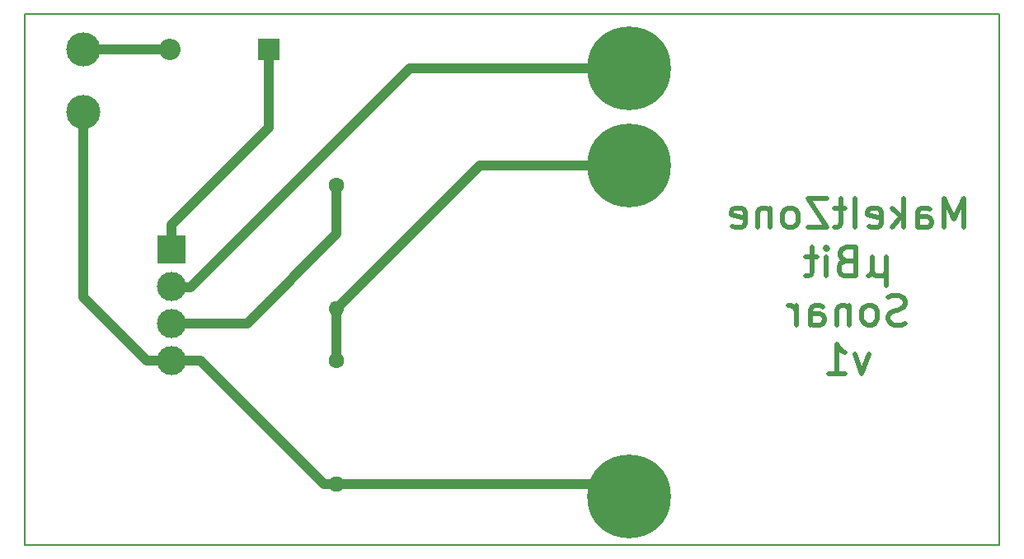
<source format=gbr>
G04 #@! TF.GenerationSoftware,KiCad,Pcbnew,(5.0.1-3-g963ef8bb5)*
G04 #@! TF.CreationDate,2018-11-12T20:00:03-08:00*
G04 #@! TF.ProjectId,SonarCreature,536F6E617243726561747572652E6B69,rev?*
G04 #@! TF.SameCoordinates,Original*
G04 #@! TF.FileFunction,Copper,L2,Bot,Signal*
G04 #@! TF.FilePolarity,Positive*
%FSLAX46Y46*%
G04 Gerber Fmt 4.6, Leading zero omitted, Abs format (unit mm)*
G04 Created by KiCad (PCBNEW (5.0.1-3-g963ef8bb5)) date Monday, November 12, 2018 at 08:00:03 pm*
%MOMM*%
%LPD*%
G01*
G04 APERTURE LIST*
G04 #@! TA.AperFunction,NonConductor*
%ADD10C,0.150000*%
G04 #@! TD*
G04 #@! TA.AperFunction,NonConductor*
%ADD11C,0.500000*%
G04 #@! TD*
G04 #@! TA.AperFunction,ComponentPad*
%ADD12R,2.200000X2.200000*%
G04 #@! TD*
G04 #@! TA.AperFunction,ComponentPad*
%ADD13O,2.200000X2.200000*%
G04 #@! TD*
G04 #@! TA.AperFunction,ComponentPad*
%ADD14C,8.600000*%
G04 #@! TD*
G04 #@! TA.AperFunction,ComponentPad*
%ADD15C,3.500120*%
G04 #@! TD*
G04 #@! TA.AperFunction,ComponentPad*
%ADD16C,1.600000*%
G04 #@! TD*
G04 #@! TA.AperFunction,ComponentPad*
%ADD17O,1.600000X1.600000*%
G04 #@! TD*
G04 #@! TA.AperFunction,ComponentPad*
%ADD18R,2.999740X2.999740*%
G04 #@! TD*
G04 #@! TA.AperFunction,ComponentPad*
%ADD19C,2.999740*%
G04 #@! TD*
G04 #@! TA.AperFunction,Conductor*
%ADD20C,1.000000*%
G04 #@! TD*
G04 APERTURE END LIST*
D10*
X120000000Y-20390000D02*
X120000000Y-75000000D01*
X20000000Y-20390000D02*
X120000000Y-20390000D01*
X20000000Y-20390000D02*
X20000000Y-75000000D01*
X20000000Y-75000000D02*
X120000000Y-75000000D01*
D11*
X116357142Y-42357142D02*
X116357142Y-39357142D01*
X115357142Y-41500000D01*
X114357142Y-39357142D01*
X114357142Y-42357142D01*
X111642857Y-42357142D02*
X111642857Y-40785714D01*
X111785714Y-40500000D01*
X112071428Y-40357142D01*
X112642857Y-40357142D01*
X112928571Y-40500000D01*
X111642857Y-42214285D02*
X111928571Y-42357142D01*
X112642857Y-42357142D01*
X112928571Y-42214285D01*
X113071428Y-41928571D01*
X113071428Y-41642857D01*
X112928571Y-41357142D01*
X112642857Y-41214285D01*
X111928571Y-41214285D01*
X111642857Y-41071428D01*
X110214285Y-42357142D02*
X110214285Y-39357142D01*
X109928571Y-41214285D02*
X109071428Y-42357142D01*
X109071428Y-40357142D02*
X110214285Y-41500000D01*
X106642857Y-42214285D02*
X106928571Y-42357142D01*
X107500000Y-42357142D01*
X107785714Y-42214285D01*
X107928571Y-41928571D01*
X107928571Y-40785714D01*
X107785714Y-40500000D01*
X107500000Y-40357142D01*
X106928571Y-40357142D01*
X106642857Y-40500000D01*
X106500000Y-40785714D01*
X106500000Y-41071428D01*
X107928571Y-41357142D01*
X105214285Y-42357142D02*
X105214285Y-39357142D01*
X104214285Y-40357142D02*
X103071428Y-40357142D01*
X103785714Y-39357142D02*
X103785714Y-41928571D01*
X103642857Y-42214285D01*
X103357142Y-42357142D01*
X103071428Y-42357142D01*
X102357142Y-39357142D02*
X100357142Y-39357142D01*
X102357142Y-42357142D01*
X100357142Y-42357142D01*
X98785714Y-42357142D02*
X99071428Y-42214285D01*
X99214285Y-42071428D01*
X99357142Y-41785714D01*
X99357142Y-40928571D01*
X99214285Y-40642857D01*
X99071428Y-40500000D01*
X98785714Y-40357142D01*
X98357142Y-40357142D01*
X98071428Y-40500000D01*
X97928571Y-40642857D01*
X97785714Y-40928571D01*
X97785714Y-41785714D01*
X97928571Y-42071428D01*
X98071428Y-42214285D01*
X98357142Y-42357142D01*
X98785714Y-42357142D01*
X96500000Y-40357142D02*
X96500000Y-42357142D01*
X96500000Y-40642857D02*
X96357142Y-40500000D01*
X96071428Y-40357142D01*
X95642857Y-40357142D01*
X95357142Y-40500000D01*
X95214285Y-40785714D01*
X95214285Y-42357142D01*
X92642857Y-42214285D02*
X92928571Y-42357142D01*
X93500000Y-42357142D01*
X93785714Y-42214285D01*
X93928571Y-41928571D01*
X93928571Y-40785714D01*
X93785714Y-40500000D01*
X93500000Y-40357142D01*
X92928571Y-40357142D01*
X92642857Y-40500000D01*
X92500000Y-40785714D01*
X92500000Y-41071428D01*
X93928571Y-41357142D01*
X108428571Y-45357142D02*
X108428571Y-48357142D01*
X107000000Y-46928571D02*
X106857142Y-47214285D01*
X106571428Y-47357142D01*
X108428571Y-46928571D02*
X108285714Y-47214285D01*
X108000000Y-47357142D01*
X107428571Y-47357142D01*
X107142857Y-47214285D01*
X107000000Y-46928571D01*
X107000000Y-45357142D01*
X104285714Y-45785714D02*
X103857142Y-45928571D01*
X103714285Y-46071428D01*
X103571428Y-46357142D01*
X103571428Y-46785714D01*
X103714285Y-47071428D01*
X103857142Y-47214285D01*
X104142857Y-47357142D01*
X105285714Y-47357142D01*
X105285714Y-44357142D01*
X104285714Y-44357142D01*
X104000000Y-44500000D01*
X103857142Y-44642857D01*
X103714285Y-44928571D01*
X103714285Y-45214285D01*
X103857142Y-45500000D01*
X104000000Y-45642857D01*
X104285714Y-45785714D01*
X105285714Y-45785714D01*
X102285714Y-47357142D02*
X102285714Y-45357142D01*
X102285714Y-44357142D02*
X102428571Y-44500000D01*
X102285714Y-44642857D01*
X102142857Y-44500000D01*
X102285714Y-44357142D01*
X102285714Y-44642857D01*
X101285714Y-45357142D02*
X100142857Y-45357142D01*
X100857142Y-44357142D02*
X100857142Y-46928571D01*
X100714285Y-47214285D01*
X100428571Y-47357142D01*
X100142857Y-47357142D01*
X110357142Y-52214285D02*
X109928571Y-52357142D01*
X109214285Y-52357142D01*
X108928571Y-52214285D01*
X108785714Y-52071428D01*
X108642857Y-51785714D01*
X108642857Y-51500000D01*
X108785714Y-51214285D01*
X108928571Y-51071428D01*
X109214285Y-50928571D01*
X109785714Y-50785714D01*
X110071428Y-50642857D01*
X110214285Y-50500000D01*
X110357142Y-50214285D01*
X110357142Y-49928571D01*
X110214285Y-49642857D01*
X110071428Y-49500000D01*
X109785714Y-49357142D01*
X109071428Y-49357142D01*
X108642857Y-49500000D01*
X106928571Y-52357142D02*
X107214285Y-52214285D01*
X107357142Y-52071428D01*
X107500000Y-51785714D01*
X107500000Y-50928571D01*
X107357142Y-50642857D01*
X107214285Y-50500000D01*
X106928571Y-50357142D01*
X106500000Y-50357142D01*
X106214285Y-50500000D01*
X106071428Y-50642857D01*
X105928571Y-50928571D01*
X105928571Y-51785714D01*
X106071428Y-52071428D01*
X106214285Y-52214285D01*
X106500000Y-52357142D01*
X106928571Y-52357142D01*
X104642857Y-50357142D02*
X104642857Y-52357142D01*
X104642857Y-50642857D02*
X104500000Y-50500000D01*
X104214285Y-50357142D01*
X103785714Y-50357142D01*
X103500000Y-50500000D01*
X103357142Y-50785714D01*
X103357142Y-52357142D01*
X100642857Y-52357142D02*
X100642857Y-50785714D01*
X100785714Y-50500000D01*
X101071428Y-50357142D01*
X101642857Y-50357142D01*
X101928571Y-50500000D01*
X100642857Y-52214285D02*
X100928571Y-52357142D01*
X101642857Y-52357142D01*
X101928571Y-52214285D01*
X102071428Y-51928571D01*
X102071428Y-51642857D01*
X101928571Y-51357142D01*
X101642857Y-51214285D01*
X100928571Y-51214285D01*
X100642857Y-51071428D01*
X99214285Y-52357142D02*
X99214285Y-50357142D01*
X99214285Y-50928571D02*
X99071428Y-50642857D01*
X98928571Y-50500000D01*
X98642857Y-50357142D01*
X98357142Y-50357142D01*
X106642857Y-55357142D02*
X105928571Y-57357142D01*
X105214285Y-55357142D01*
X102500000Y-57357142D02*
X104214285Y-57357142D01*
X103357142Y-57357142D02*
X103357142Y-54357142D01*
X103642857Y-54785714D01*
X103928571Y-55071428D01*
X104214285Y-55214285D01*
D12*
G04 #@! TO.P,D1,1*
G04 #@! TO.N,Net-(D1-Pad1)*
X45000000Y-24000000D03*
D13*
G04 #@! TO.P,D1,2*
G04 #@! TO.N,+5V*
X34840000Y-24000000D03*
G04 #@! TD*
D14*
G04 #@! TO.P,bitPinGnd1,1*
G04 #@! TO.N,GND*
X82000000Y-70000000D03*
G04 #@! TD*
D15*
G04 #@! TO.P,5VBat1,1*
G04 #@! TO.N,+5V*
X26000000Y-24000000D03*
G04 #@! TD*
G04 #@! TO.P,BatGnd1,1*
G04 #@! TO.N,GND*
X26000000Y-30500000D03*
G04 #@! TD*
D14*
G04 #@! TO.P,bitPin0-trigger1,1*
G04 #@! TO.N,Net-(J1-Pad2)*
X82000000Y-26000000D03*
G04 #@! TD*
G04 #@! TO.P,bitPin1-echo1,1*
G04 #@! TO.N,Net-(R1-Pad2)*
X82000000Y-36000000D03*
G04 #@! TD*
D16*
G04 #@! TO.P,R1,1*
G04 #@! TO.N,Net-(J1-Pad3)*
X52000000Y-38000000D03*
D17*
G04 #@! TO.P,R1,2*
G04 #@! TO.N,Net-(R1-Pad2)*
X52000000Y-50700000D03*
G04 #@! TD*
G04 #@! TO.P,R2,2*
G04 #@! TO.N,GND*
X52000000Y-68700000D03*
D16*
G04 #@! TO.P,R2,1*
G04 #@! TO.N,Net-(R1-Pad2)*
X52000000Y-56000000D03*
G04 #@! TD*
D18*
G04 #@! TO.P,J1,1*
G04 #@! TO.N,Net-(D1-Pad1)*
X35000000Y-44570000D03*
D19*
G04 #@! TO.P,J1,2*
G04 #@! TO.N,Net-(J1-Pad2)*
X35000000Y-48380000D03*
G04 #@! TO.P,J1,3*
G04 #@! TO.N,Net-(J1-Pad3)*
X35000000Y-52190000D03*
G04 #@! TO.P,J1,4*
G04 #@! TO.N,GND*
X35000000Y-56000000D03*
G04 #@! TD*
D20*
G04 #@! TO.N,Net-(D1-Pad1)*
X35000000Y-44570000D02*
X35000000Y-42070130D01*
X45000000Y-32070130D02*
X45000000Y-24000000D01*
X35000000Y-42070130D02*
X45000000Y-32070130D01*
G04 #@! TO.N,+5V*
X26000000Y-24000000D02*
X34840000Y-24000000D01*
G04 #@! TO.N,GND*
X80700000Y-68700000D02*
X82000000Y-70000000D01*
X52000000Y-68700000D02*
X80700000Y-68700000D01*
X32500000Y-56000000D02*
X35000000Y-56000000D01*
X26000000Y-49500000D02*
X32500000Y-56000000D01*
X26000000Y-30500000D02*
X26000000Y-49500000D01*
X50868630Y-68700000D02*
X52000000Y-68700000D01*
X50700000Y-68700000D02*
X50868630Y-68700000D01*
X38000000Y-56000000D02*
X50700000Y-68700000D01*
X35000000Y-56000000D02*
X38000000Y-56000000D01*
G04 #@! TO.N,Net-(J1-Pad2)*
X35120000Y-48500000D02*
X35000000Y-48380000D01*
X37000000Y-48500000D02*
X35120000Y-48500000D01*
X59500000Y-26000000D02*
X37000000Y-48500000D01*
X82000000Y-26000000D02*
X59500000Y-26000000D01*
G04 #@! TO.N,Net-(R1-Pad2)*
X66700000Y-36000000D02*
X52000000Y-50700000D01*
X82000000Y-36000000D02*
X66700000Y-36000000D01*
X52000000Y-50700000D02*
X52000000Y-56000000D01*
G04 #@! TO.N,Net-(J1-Pad3)*
X52000000Y-43000000D02*
X52000000Y-38000000D01*
X42810000Y-52190000D02*
X52000000Y-43000000D01*
X35000000Y-52190000D02*
X42810000Y-52190000D01*
G04 #@! TD*
M02*

</source>
